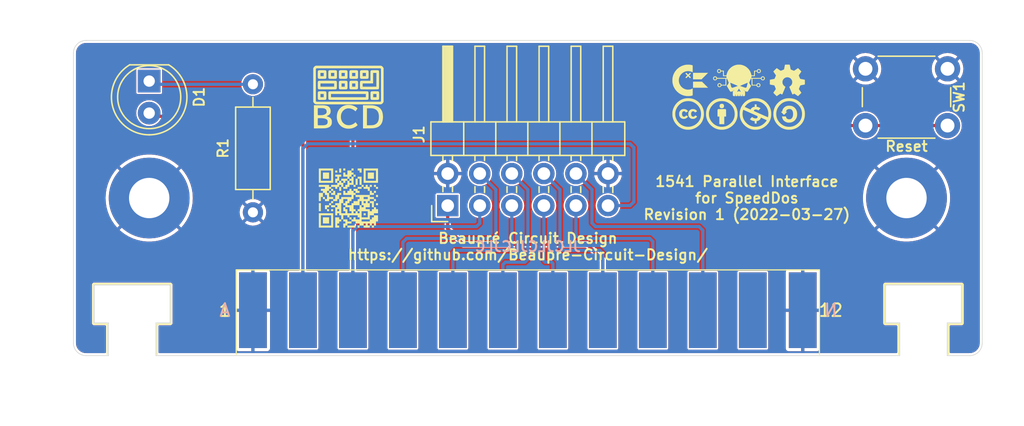
<source format=kicad_pcb>
(kicad_pcb (version 20211014) (generator pcbnew)
  (title_block (title "1541 Parallel Interface") (date "2022-03-27") (rev "1") (company "Beaupré Circuit Design") (comment 1 "https://github.com/Beaupre-Circuit-Design/"))
  (layers (0 "F.Cu" mixed) (31 "B.Cu" mixed) (34 "B.Paste" user) (35 "F.Paste" user) (36 "B.SilkS" user "B.Silkscreen") (37 "F.SilkS" user "F.Silkscreen") (38 "B.Mask" user) (39 "F.Mask" user) (44 "Edge.Cuts" user))
  (net 0 "")
  (net 1 "Net-(D1-Pad1)")
  (net 2 "Net-(D1-Pad2)")
  (net 3 "/CB1")
  (net 4 "GND")
  (net 5 "/PA0")
  (net 6 "/PA1")
  (net 7 "/PA2")
  (net 8 "/PA3")
  (net 9 "/PA4")
  (net 10 "/PA5")
  (net 11 "/PA6")
  (net 12 "/PA7")
  (net 13 "/CA2")
  (net 14 "Net-(SW1-Pad2)")
  (footprint "Creative_Common:CreativeCommons_Attribution_2.5mm" (layer "F.Cu") (at 143.827205 83.450333)
    (fp_text reference "G6" hide)
    (fp_text value "CreativeCommons_Attribution" hide)
  )
  (footprint "BeaupreCircuitDesign:Skull_2.5mm" (layer "F.Cu") (at 145.186243 80.783999)
    (fp_text reference "G3" hide)
    (fp_text value "Skull" hide)
  )
  (footprint "C64-User-Port:C64 User Port" (layer "F.Cu") (at 128.461 99.018)
    (fp_text reference "UP1" hide)
    (fp_text value "C64_User_Port" hide)
    (fp_text user "A" (at -24 0 180) (layer "B.SilkS") (effects (justify mirror)))
    (fp_text user "N" (at 24 0 180) (layer "B.SilkS") (effects (justify mirror)))
    (fp_text user "12" (at 24 0 180) (layer "F.SilkS"))
    (fp_text user "1" (at -24 0 180) (layer "F.SilkS"))
    (pad "1" smd rect (at -21.78 0 180) (size 2.2 6) (layers "F.Cu" "F.Paste" "F.Mask") (net 4 "GND"))
    (pad "2" smd rect (at -17.82 0 180) (size 2.2 6) (layers "F.Cu" "F.Paste" "F.Mask") (net 2 "Net-(D1-Pad2)"))
    (pad "3" smd rect (at -13.86 0 180) (size 2.2 6) (layers "F.Cu" "F.Paste" "F.Mask") (net 14 "Net-(SW1-Pad2)"))
    (pad "4" smd rect (at -9.9 0 180) (size 2.2 6) (layers "F.Cu" "F.Paste" "F.Mask"))
    (pad "5" smd rect (at -5.94 0 180) (size 2.2 6) (layers "F.Cu" "F.Paste" "F.Mask"))
    (pad "6" smd rect (at -1.98 0 180) (size 2.2 6) (layers "F.Cu" "F.Paste" "F.Mask"))
    (pad "7" smd rect (at 1.98 0 180) (size 2.2 6) (layers "F.Cu" "F.Paste" "F.Mask"))
    (pad "8" smd rect (at 5.94 0 180) (size 2.2 6) (layers "F.Cu" "F.Paste" "F.Mask") (net 3 "/CB1"))
    (pad "9" smd rect (at 9.9 0 180) (size 2.2 6) (layers "F.Cu" "F.Paste" "F.Mask"))
    (pad "10" smd rect (at 13.86 0 180) (size 2.2 6) (layers "F.Cu" "F.Paste" "F.Mask"))
    (pad "11" smd rect (at 17.82 0 180) (size 2.2 6) (layers "F.Cu" "F.Paste" "F.Mask"))
    (pad "12" smd rect (at 21.78 0 180) (size 2.2 6) (layers "F.Cu" "F.Paste" "F.Mask") (net 4 "GND"))
    (pad "A" smd rect (at -21.78 0 180) (size 2.2 6) (layers "B.Cu" "B.Paste" "B.Mask") (net 4 "GND"))
    (pad "B" smd rect (at -17.82 0 180) (size 2.2 6) (layers "B.Cu" "B.Paste" "B.Mask") (net 13 "/CA2"))
    (pad "C" smd rect (at -13.86 0 180) (size 2.2 6) (layers "B.Cu" "B.Paste" "B.Mask") (net 5 "/PA0"))
    (pad "D" smd rect (at -9.9 0 180) (size 2.2 6) (layers "B.Cu" "B.Paste" "B.Mask") (net 6 "/PA1"))
    (pad "E" smd rect (at -5.94 0 180) (size 2.2 6) (layers "B.Cu" "B.Paste" "B.Mask") (net 7 "/PA2"))
    (pad "F" smd rect (at -1.98 0 180) (size 2.2 6) (layers "B.Cu" "B.Paste" "B.Mask") (net 8 "/PA3"))
    (pad "H" smd rect (at 1.98 0 180) (size 2.2 6) (layers "B.Cu" "B.Paste" "B.Mask") (net 9 "/PA4"))
    (pad "J" smd rect (at 5.94 0 180) (size 2.2 6) (layers "B.Cu" "B.Paste" "B.Mask") (net 10 "/PA5"))
    (pad "K" smd rect (at 9.9 0 180) (size 2.2 6) (layers "B.Cu" "B.Paste" "B.Mask") (net 11 "/PA6"))
    (pad "L" smd rect (at 13.86 0 180) (size 2.2 6) (layers "B.Cu" "B.Paste" "B.Mask") (net 12 "/PA7"))
    (pad "M" smd rect (at 17.82 0 180) (size 2.2 6) (layers "B.Cu" "B.Paste" "B.Mask"))
    (pad "N" smd rect (at 21.78 0 180) (size 2.2 6) (layers "B.Cu" "B.Paste" "B.Mask") (net 4 "GND"))
  )
  (footprint "BeaupreCircuitDesign:BDC_QR_5mm" (layer "F.Cu") (at 114.252253 90.124253)
    (fp_text reference "G9" hide)
    (fp_text value "BDC_QR" hide)
  )
  (footprint "MountingHole:MountingHole_3.2mm_M3_Pad" (layer "F.Cu") (at 158.461 90.118)
    (fp_text reference "H2" hide)
    (fp_text value "MountingHole_Pad" hide)
    (pad "1" thru_hole circle (at 0 0) (size 6.4 6.4) (drill 3.2) (layers *.Cu *.Mask) (net 4 "GND"))
  )
  (footprint "Creative_Common:CreativeCommons_2.5mm" (layer "F.Cu") (at 141.160205 83.450333)
    (fp_text reference "G5" hide)
    (fp_text value "CreativeCommons" hide)
  )
  (footprint "Connector_PinHeader_2.54mm:PinHeader_2x06_P2.54mm_Horizontal" (layer "F.Cu") (at 122.111 90.718 90)
    (fp_text reference "J1" (at 5.655 -2.27 90) (layer "F.SilkS") (effects (font (size 0.8128 0.8128) (thickness 0.1524))))
    (fp_text value "Conn_02x06_Odd_Even")
    (pad "1" thru_hole rect (at 0 0 90) (size 1.7 1.7) (drill 1) (layers *.Cu *.Mask) (net 3 "/CB1"))
    (pad "2" thru_hole oval (at 2.54 0 90) (size 1.7 1.7) (drill 1) (layers *.Cu *.Mask) (net 4 "GND"))
    (pad "3" thru_hole oval (at 0 2.54 90) (size 1.7 1.7) (drill 1) (layers *.Cu *.Mask) (net 5 "/PA0"))
    (pad "4" thru_hole oval (at 2.54 2.54 90) (size 1.7 1.7) (drill 1) (layers *.Cu *.Mask) (net 6 "/PA1"))
    (pad "5" thru_hole oval (at 0 5.08 90) (size 1.7 1.7) (drill 1) (layers *.Cu *.Mask) (net 7 "/PA2"))
    (pad "6" thru_hole oval (at 2.54 5.08 90) (size 1.7 1.7) (drill 1) (layers *.Cu *.Mask) (net 8 "/PA3"))
    (pad "7" thru_hole oval (at 0 7.62 90) (size 1.7 1.7) (drill 1) (layers *.Cu *.Mask) (net 9 "/PA4"))
    (pad "8" thru_hole oval (at 2.54 7.62 90) (size 1.7 1.7) (drill 1) (layers *.Cu *.Mask) (net 10 "/PA5"))
    (pad "9" thru_hole oval (at 0 10.16 90) (size 1.7 1.7) (drill 1) (layers *.Cu *.Mask) (net 11 "/PA6"))
    (pad "10" thru_hole oval (at 2.54 10.16 90) (size 1.7 1.7) (drill 1) (layers *.Cu *.Mask) (net 12 "/PA7"))
    (pad "11" thru_hole oval (at 0 12.7 90) (size 1.7 1.7) (drill 1) (layers *.Cu *.Mask) (net 13 "/CA2"))
    (pad "12" thru_hole oval (at 2.54 12.7 90) (size 1.7 1.7) (drill 1) (layers *.Cu *.Mask) (net 4 "GND"))
  )
  (footprint "Creative_Common:CreativeCommons_NonCommercial_2.5mm" (layer "F.Cu") (at 146.494205 83.450333)
    (fp_text reference "G7")
    (fp_text value "CreativeCommons_NonCommercial")
  )
  (footprint "Creative_Common:CreativeCommons_ShareAlike_2.5mm" (layer "F.Cu") (at 149.161205 83.450333)
    (fp_text reference "G8" hide)
    (fp_text value "CreativeCommons_ShareAlike" hide)
  )
  (footprint "Resistor_THT:R_Axial_DIN0207_L6.3mm_D2.5mm_P10.16mm_Horizontal" (layer "F.Cu") (at 106.681 91.253 90)
    (fp_text reference "R1" (at 5.08 -2.37 90) (layer "F.SilkS") (effects (font (size 0.8128 0.8128) (thickness 0.1524))))
    (fp_text value "270")
    (pad "1" thru_hole circle (at 0 0 90) (size 1.6 1.6) (drill 0.8) (layers *.Cu *.Mask) (net 4 "GND"))
    (pad "2" thru_hole oval (at 10.16 0 90) (size 1.6 1.6) (drill 0.8) (layers *.Cu *.Mask) (net 1 "Net-(D1-Pad1)"))
  )
  (footprint "Button_Switch_THT:SW_PUSH_6mm_H4.3mm" (layer "F.Cu") (at 155.211 79.868)
    (fp_text reference "SW1" (at 7.417 2.25 90) (layer "F.SilkS") (effects (font (size 0.8128 0.8128) (thickness 0.1524))))
    (fp_text value "SW_Push")
    (pad "1" thru_hole circle (at 6.5 0 90) (size 2 2) (drill 1.1) (layers *.Cu *.Mask) (net 4 "GND"))
    (pad "1" thru_hole circle (at 0 0 90) (size 2 2) (drill 1.1) (layers *.Cu *.Mask) (net 4 "GND"))
    (pad "2" thru_hole circle (at 6.5 4.5 90) (size 2 2) (drill 1.1) (layers *.Cu *.Mask) (net 14 "Net-(SW1-Pad2)"))
    (pad "2" thru_hole circle (at 0 4.5 90) (size 2 2) (drill 1.1) (layers *.Cu *.Mask) (net 14 "Net-(SW1-Pad2)"))
  )
  (footprint "BeaupreCircuitDesign:ChickenLips_2.5mm" (layer "F.Cu") (at 141.323324 80.782589)
    (fp_text reference "G2" hide)
    (fp_text value "ChickenLips" hide)
  )
  (footprint "LED_THT:LED_D5.0mm" (layer "F.Cu") (at 98.461 80.843 -90)
    (fp_text reference "D1" (at 1.27 -3.96 90) (layer "F.SilkS") (effects (font (size 0.8128 0.8128) (thickness 0.1524))))
    (fp_text value "LED")
    (pad "1" thru_hole rect (at 0 0 270) (size 1.8 1.8) (drill 0.9) (layers *.Cu *.Mask) (net 1 "Net-(D1-Pad1)"))
    (pad "2" thru_hole circle (at 2.54 0 270) (size 1.8 1.8) (drill 0.9) (layers *.Cu *.Mask) (net 2 "Net-(D1-Pad2)"))
  )
  (footprint "MountingHole:MountingHole_3.2mm_M3_Pad" (layer "F.Cu") (at 98.461 90.118)
    (fp_text reference "H1" hide)
    (fp_text value "MountingHole_Pad" hide)
    (pad "1" thru_hole circle (at 0 0) (size 6.4 6.4) (drill 3.2) (layers *.Cu *.Mask) (net 4 "GND"))
  )
  (footprint "BeaupreCircuitDesign:BCD_Logo_5mm" (layer "F.Cu") (at 114.246 82.116581)
    (fp_text reference "G1" hide)
    (fp_text value "BCD_Logo" hide)
  )
  (footprint "BeaupreCircuitDesign:Open_Source_Hardware_2.5mm" (layer "F.Cu") (at 149.020427 80.783333)
    (fp_text reference "G4" hide)
    (fp_text value "OpenSource_Hardware" hide)
  )
  (gr_line (start 94.116 97.018) (end 100.116 97.018) (layer "Edge.Cuts") (width 0.05))
  (gr_arc (start 164.461 101.618) (mid 164.168107 102.325107) (end 163.461 102.618) (layer "Edge.Cuts") (width 0.05))
  (gr_line (start 162.806 97.018) (end 162.806 100.018) (layer "Edge.Cuts") (width 0.05))
  (gr_line (start 157.926 102.618) (end 98.996 102.618) (layer "Edge.Cuts") (width 0.05))
  (gr_line (start 92.461 78.618) (end 92.461 101.618) (layer "Edge.Cuts") (width 0.05))
  (gr_line (start 100.116 97.018) (end 100.116 100.018) (layer "Edge.Cuts") (width 0.05))
  (gr_line (start 95.236 102.618) (end 93.461 102.618) (layer "Edge.Cuts") (width 0.05))
  (gr_line (start 94.116 100.018) (end 94.116 97.018) (layer "Edge.Cuts") (width 0.05))
  (gr_line (start 163.461 77.618) (end 93.461 77.618) (layer "Edge.Cuts") (width 0.05))
  (gr_line (start 161.686 102.618) (end 163.461 102.618) (layer "Edge.Cuts") (width 0.05))
  (gr_line (start 95.236 102.618) (end 95.236 100.018) (layer "Edge.Cuts") (width 0.05))
  (gr_arc (start 92.461 78.618) (mid 92.753893 77.910893) (end 93.461 77.618) (layer "Edge.Cuts") (width 0.05))
  (gr_line (start 162.806 100.018) (end 161.686 100.018) (layer "Edge.Cuts") (width 0.05))
  (gr_line (start 156.806 97.018) (end 162.806 97.018) (layer "Edge.Cuts") (width 0.05))
  (gr_line (start 157.926 102.618) (end 157.926 100.018) (layer "Edge.Cuts") (width 0.05))
  (gr_line (start 157.926 100.018) (end 156.806 100.018) (layer "Edge.Cuts") (width 0.05))
  (gr_line (start 98.996 100.018) (end 98.996 102.618) (layer "Edge.Cuts") (width 0.05))
  (gr_line (start 95.236 100.018) (end 94.116 100.018) (layer "Edge.Cuts") (width 0.05))
  (gr_arc (start 163.461 77.618) (mid 164.168107 77.910893) (end 164.461 78.618) (layer "Edge.Cuts") (width 0.05))
  (gr_line (start 156.806 100.018) (end 156.806 97.018) (layer "Edge.Cuts") (width 0.05))
  (gr_line (start 100.116 100.018) (end 98.996 100.018) (layer "Edge.Cuts") (width 0.05))
  (gr_arc (start 93.461 102.618) (mid 92.753893 102.325107) (end 92.461 101.618) (layer "Edge.Cuts") (width 0.05))
  (gr_line (start 164.461 101.618) (end 164.461 78.618) (layer "Edge.Cuts") (width 0.05))
  (gr_line (start 161.686 100.018) (end 161.686 102.618) (layer "Edge.Cuts") (width 0.05))
  (gr_text "JLCJLCJLCJLC" (at 128.461 93.968) (layer "B.SilkS") (effects (font (size 0.8128 0.8128) (thickness 0.1524)) (justify mirror)))
  (gr_text "${COMPANY}\n${COMMENT1}" (at 128.461 93.968) (layer "F.SilkS") (effects (font (size 0.8128 0.8128) (thickness 0.1524))))
  (gr_text "Reset" (at 158.461 86.018) (layer "F.SilkS") (effects (font (size 0.8128 0.8128) (thickness 0.1524))))
  (gr_text "${TITLE}\nfor SpeedDos\nRevision ${REVISION} (${ISSUE_DATE})" (at 145.811 90.118) (layer "F.SilkS") (effects (font (size 0.8128 0.8128) (thickness 0.1524))))
  (segment (start 98.461 81.093) (end 106.681 81.093) (width 0.254) (layer "B.Cu") (net 1))
  (segment (start 98.461 83.633) (end 110.276 83.633) (width 0.254) (layer "F.Cu") (net 2))
  (segment (start 110.641 99.018) (end 110.641 83.998) (width 0.254) (layer "F.Cu") (net 2))
  (segment (start 110.641 83.998) (end 110.276 83.633) (width 0.254) (layer "F.Cu") (net 2))
  (segment (start 134.401 99.018) (end 134.401 95.037999) (width 0.254) (layer "F.Cu") (net 3))
  (segment (start 122.111 90.718) (end 122.111 92.547999) (width 0.254) (layer "F.Cu") (net 3))
  (segment (start 133.156 93.792999) (end 123.356 93.792999) (width 0.254) (layer "F.Cu") (net 3))
  (segment (start 122.111 92.547999) (end 123.356 93.792999) (width 0.254) (layer "F.Cu") (net 3))
  (segment (start 134.401 95.037999) (end 133.156 93.792999) (width 0.254) (layer "F.Cu") (net 3))
  (segment (start 124.651 90.718) (end 124.651 92.128) (width 0.254) (layer "B.Cu") (net 5))
  (segment (start 124.651 92.128) (end 124.397201 92.381799) (width 0.254) (layer "B.Cu") (net 5))
  (segment (start 114.601 92.728) (end 114.601 99.018) (width 0.254) (layer "B.Cu") (net 5))
  (segment (start 114.947201 92.381799) (end 114.601 92.728) (width 0.254) (layer "B.Cu") (net 5))
  (segment (start 124.397201 92.381799) (end 114.947201 92.381799) (width 0.254) (layer "B.Cu") (net 5))
  (segment (start 125.920999 89.447999) (end 125.920999 93.058001) (width 0.254) (layer "B.Cu") (net 6))
  (segment (start 125.920999 93.058001) (end 125.656401 93.322599) (width 0.254) (layer "B.Cu") (net 6))
  (segment (start 125.656401 93.322599) (end 118.856401 93.322599) (width 0.254) (layer "B.Cu") (net 6))
  (segment (start 118.856401 93.322599) (end 118.561 93.618) (width 0.254) (layer "B.Cu") (net 6))
  (segment (start 118.561 93.618) (end 118.561 99.018) (width 0.254) (layer "B.Cu") (net 6))
  (segment (start 124.651 88.178) (end 125.920999 89.447999) (width 0.254) (layer "B.Cu") (net 6))
  (segment (start 122.521 99.018) (end 122.521 94.458) (width 0.254) (layer "B.Cu") (net 7))
  (segment (start 127.191 94.038) (end 127.191 90.718) (width 0.254) (layer "B.Cu") (net 7))
  (segment (start 122.521 94.458) (end 122.715601 94.263399) (width 0.254) (layer "B.Cu") (net 7))
  (segment (start 122.715601 94.263399) (end 126.965601 94.263399) (width 0.254) (layer "B.Cu") (net 7))
  (segment (start 126.965601 94.263399) (end 127.191 94.038) (width 0.254) (layer "B.Cu") (net 7))
  (segment (start 127.191 88.178) (end 128.460999 89.447999) (width 0.254) (layer "B.Cu") (net 8))
  (segment (start 128.460999 94.968001) (end 128.224801 95.204199) (width 0.254) (layer "B.Cu") (net 8))
  (segment (start 128.224801 95.204199) (end 126.674801 95.204199) (width 0.254) (layer "B.Cu") (net 8))
  (segment (start 128.460999 89.447999) (end 128.460999 94.968001) (width 0.254) (layer "B.Cu") (net 8))
  (segment (start 126.481 95.398) (end 126.481 99.018) (width 0.254) (layer "B.Cu") (net 8))
  (segment (start 126.674801 95.204199) (end 126.481 95.398) (width 0.254) (layer "B.Cu") (net 8))
  (segment (start 129.731 95.099199) (end 129.836 95.204199) (width 0.254) (layer "B.Cu") (net 9))
  (segment (start 130.441 95.309199) (end 130.336 95.204199) (width 0.254) (layer "B.Cu") (net 9))
  (segment (start 130.441 99.018) (end 130.441 95.309199) (width 0.254) (layer "B.Cu") (net 9))
  (segment (start 129.731 90.718) (end 129.731 95.099199) (width 0.254) (layer "B.Cu") (net 9))
  (segment (start 130.336 95.204199) (end 129.836 95.204199) (width 0.254) (layer "B.Cu") (net 9))
  (segment (start 134.401 94.508) (end 134.156399 94.263399) (width 0.254) (layer "B.Cu") (net 10))
  (segment (start 131.000999 94.007999) (end 131.000999 89.447999) (width 0.254) (layer "B.Cu") (net 10))
  (segment (start 134.156399 94.263399) (end 131.256399 94.263399) (width 0.254) (layer "B.Cu") (net 10))
  (segment (start 131.000999 89.447999) (end 129.731 88.178) (width 0.254) (layer "B.Cu") (net 10))
  (segment (start 131.256399 94.263399) (end 131.000999 94.007999) (width 0.254) (layer "B.Cu") (net 10))
  (segment (start 134.401 99.018) (end 134.401 94.508) (width 0.254) (layer "B.Cu") (net 10))
  (segment (start 132.515599 93.322599) (end 138.115599 93.322599) (width 0.254) (layer "B.Cu") (net 11))
  (segment (start 138.115599 93.322599) (end 138.361 93.568) (width 0.254) (layer "B.Cu") (net 11))
  (segment (start 132.271 90.718) (end 132.271 93.078) (width 0.254) (layer "B.Cu") (net 11))
  (segment (start 138.361 93.568) (end 138.361 99.018) (width 0.254) (layer "B.Cu") (net 11))
  (segment (start 132.271 93.078) (end 132.515599 93.322599) (width 0.254) (layer "B.Cu") (net 11))
  (segment (start 142.321 99.018) (end 142.321 92.678) (width 0.254) (layer "B.Cu") (net 12))
  (segment (start 142.321 92.678) (end 142.024799 92.381799) (width 0.254) (layer "B.Cu") (net 12))
  (segment (start 142.024799 92.381799) (end 133.824799 92.381799) (width 0.254) (layer "B.Cu") (net 12))
  (segment (start 133.824799 92.381799) (end 133.540999 92.097999) (width 0.254) (layer "B.Cu") (net 12))
  (segment (start 133.540999 92.097999) (end 133.540999 89.447999) (width 0.254) (layer "B.Cu") (net 12))
  (segment (start 133.540999 89.447999) (end 132.271 88.178) (width 0.254) (layer "B.Cu") (net 12))
  (segment (start 110.641 99.018) (end 110.641 86.188) (width 0.254) (layer "B.Cu") (net 13))
  (segment (start 136.861 86.118) (end 136.861 90.418) (width 0.254) (layer "B.Cu") (net 13))
  (segment (start 111.011 85.818) (end 136.561 85.818) (width 0.254) (layer "B.Cu") (net 13))
  (segment (start 136.861 90.418) (end 136.561 90.718) (width 0.254) (layer "B.Cu") (net 13))
  (segment (start 136.561 90.718) (end 134.811 90.718) (width 0.254) (layer "B.Cu") (net 13))
  (segment (start 136.561 85.818) (end 136.861 86.118) (width 0.254) (layer "B.Cu") (net 13))
  (segment (start 110.641 86.188) (end 111.011 85.818) (width 0.254) (layer "B.Cu") (net 13))
  (segment (start 161.711 84.368) (end 155.211 84.368) (width 0.254) (layer "F.Cu") (net 14))
  (segment (start 114.601 85.028) (end 114.601 99.018) (width 0.254) (layer "F.Cu") (net 14))
  (segment (start 115.261 84.368) (end 114.601 85.028) (width 0.254) (layer "F.Cu") (net 14))
  (segment (start 155.211 84.368) (end 115.261 84.368) (width 0.254) (layer "F.Cu") (net 14))
  (zone (net 4) (net_name "GND") (layer "F.Cu") (connect_pads (clearance 0.127)) (min_thickness 0.127) (fill yes (thermal_gap 0.254) (thermal_bridge_width 0.254))
    (polygon (pts (xy 164.461 102.618) (xy 92.461 102.618) (xy 92.461 77.618) (xy 164.461 77.618)))
  )
  (zone (net 4) (net_name "GND") (layer "B.Cu") (connect_pads (clearance 0.127)) (min_thickness 0.127) (fill yes (thermal_gap 0.254) (thermal_bridge_width 0.254))
    (polygon (pts (xy 164.461 102.618) (xy 92.461 102.618) (xy 92.461 77.618) (xy 164.461 77.618)))
  )
)
</source>
